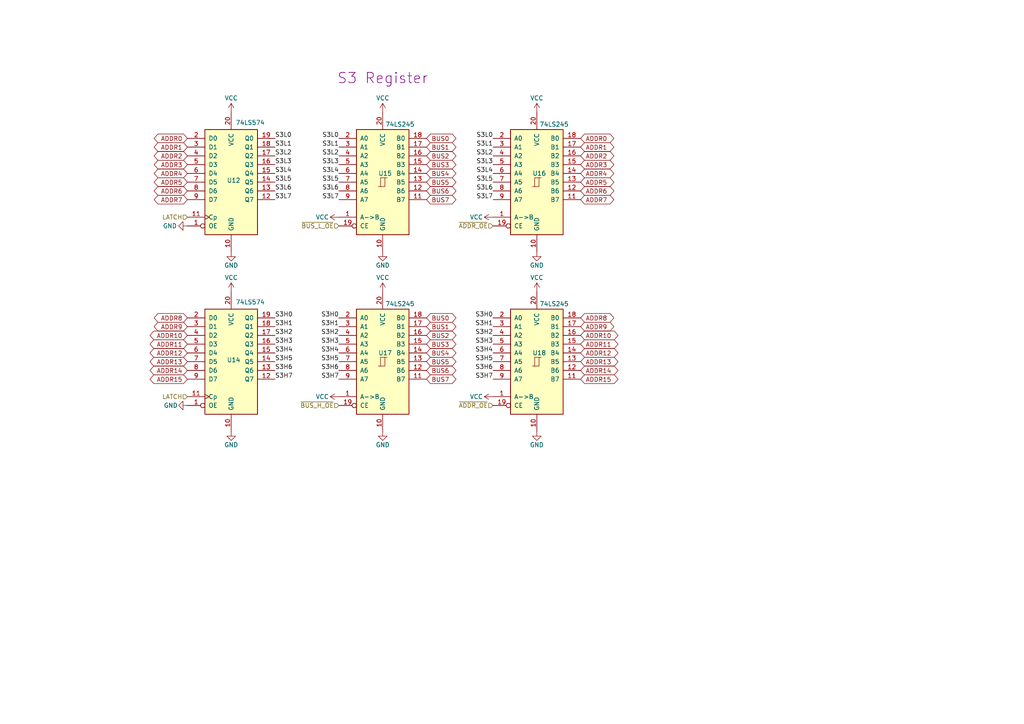
<source format=kicad_sch>
(kicad_sch (version 20211123) (generator eeschema)
  (paper "A4")
  (lib_symbols
    (symbol "74xx:74LS245" (pin_names (offset 1.016))
      (property "Reference" "U" (at -7.62 16.51 0))
      (property "Value" "74LS245" (at -7.62 -16.51 0))
      (symbol "74LS245_1_0"
        (polyline (pts (xy -0.635 -1.27) (xy -0.635 1.27) (xy 0.635 1.27)))
        (polyline (pts (xy -1.27 -1.27) (xy 0.635 -1.27) (xy 0.635 1.27) (xy 1.27 1.27)))
        (pin input line (at -12.7 -10.16 0) (length 5.08) (name "A->B") (number "1"))
        (pin power_in line (at 0 -20.32 90) (length 5.08) (name "GND") (number "10"))
        (pin tri_state line (at 12.7 -5.08 180) (length 5.08) (name "B7") (number "11"))
        (pin tri_state line (at 12.7 -2.54 180) (length 5.08) (name "B6") (number "12"))
        (pin tri_state line (at 12.7 0 180) (length 5.08) (name "B5") (number "13"))
        (pin tri_state line (at 12.7 2.54 180) (length 5.08) (name "B4") (number "14"))
        (pin tri_state line (at 12.7 5.08 180) (length 5.08) (name "B3") (number "15"))
        (pin tri_state line (at 12.7 7.62 180) (length 5.08) (name "B2") (number "16"))
        (pin tri_state line (at 12.7 10.16 180) (length 5.08) (name "B1") (number "17"))
        (pin tri_state line (at 12.7 12.7 180) (length 5.08) (name "B0") (number "18"))
        (pin input inverted (at -12.7 -12.7 0) (length 5.08) (name "CE") (number "19"))
        (pin tri_state line (at -12.7 12.7 0) (length 5.08) (name "A0") (number "2"))
        (pin power_in line (at 0 20.32 270) (length 5.08) (name "VCC") (number "20"))
        (pin tri_state line (at -12.7 10.16 0) (length 5.08) (name "A1") (number "3"))
        (pin tri_state line (at -12.7 7.62 0) (length 5.08) (name "A2") (number "4"))
        (pin tri_state line (at -12.7 5.08 0) (length 5.08) (name "A3") (number "5"))
        (pin tri_state line (at -12.7 2.54 0) (length 5.08) (name "A4") (number "6"))
        (pin tri_state line (at -12.7 0 0) (length 5.08) (name "A5") (number "7"))
        (pin tri_state line (at -12.7 -2.54 0) (length 5.08) (name "A6") (number "8"))
        (pin tri_state line (at -12.7 -5.08 0) (length 5.08) (name "A7") (number "9"))
      )
      (symbol "74LS245_1_1"
        (rectangle (start -7.62 15.24) (end 7.62 -15.24) (stroke (width 0.254)) (fill (type background)))
      )
    )
    (symbol "74xx:74LS574" (pin_names (offset 1.016))
      (property "Reference" "U" (at -7.62 16.51 0))
      (property "Value" "74LS574" (at -7.62 -16.51 0))
      (symbol "74LS574_1_0"
        (pin input inverted (at -12.7 -12.7 0) (length 5.08) (name "OE") (number "1"))
        (pin power_in line (at 0 -20.32 90) (length 5.08) (name "GND") (number "10"))
        (pin input clock (at -12.7 -10.16 0) (length 5.08) (name "Cp") (number "11"))
        (pin tri_state line (at 12.7 -5.08 180) (length 5.08) (name "Q7") (number "12"))
        (pin tri_state line (at 12.7 -2.54 180) (length 5.08) (name "Q6") (number "13"))
        (pin tri_state line (at 12.7 0 180) (length 5.08) (name "Q5") (number "14"))
        (pin tri_state line (at 12.7 2.54 180) (length 5.08) (name "Q4") (number "15"))
        (pin tri_state line (at 12.7 5.08 180) (length 5.08) (name "Q3") (number "16"))
        (pin tri_state line (at 12.7 7.62 180) (length 5.08) (name "Q2") (number "17"))
        (pin tri_state line (at 12.7 10.16 180) (length 5.08) (name "Q1") (number "18"))
        (pin tri_state line (at 12.7 12.7 180) (length 5.08) (name "Q0") (number "19"))
        (pin input line (at -12.7 12.7 0) (length 5.08) (name "D0") (number "2"))
        (pin power_in line (at 0 20.32 270) (length 5.08) (name "VCC") (number "20"))
        (pin input line (at -12.7 10.16 0) (length 5.08) (name "D1") (number "3"))
        (pin input line (at -12.7 7.62 0) (length 5.08) (name "D2") (number "4"))
        (pin input line (at -12.7 5.08 0) (length 5.08) (name "D3") (number "5"))
        (pin input line (at -12.7 2.54 0) (length 5.08) (name "D4") (number "6"))
        (pin input line (at -12.7 0 0) (length 5.08) (name "D5") (number "7"))
        (pin input line (at -12.7 -2.54 0) (length 5.08) (name "D6") (number "8"))
        (pin input line (at -12.7 -5.08 0) (length 5.08) (name "D7") (number "9"))
      )
      (symbol "74LS574_1_1"
        (rectangle (start -7.62 15.24) (end 7.62 -15.24) (stroke (width 0.254)) (fill (type background)))
      )
    )
    (symbol "power:GND" (power) (pin_names (offset 0))
      (property "Value" "GND" (at 0 -3.81 0))
      (symbol "GND_0_1"
        (polyline (pts (xy 0 0) (xy 0 -1.27) (xy 1.27 -1.27) (xy 0 -2.54) (xy -1.27 -1.27) (xy 0 -1.27)))
      )
      (symbol "GND_1_1"
        (pin power_in line (at 0 0 270) (length 0) hide (name "GND") (number "1"))
      )
    )
    (symbol "power:VCC" (power) (pin_names (offset 0))
      (property "Value" "VCC" (at 0 3.81 0))
      (symbol "VCC_0_1"
        (polyline (pts (xy -0.762 1.27) (xy 0 2.54)))
        (polyline (pts (xy 0 0) (xy 0 2.54)))
        (polyline (pts (xy 0 2.54) (xy 0.762 1.27)))
      )
      (symbol "VCC_1_1"
        (pin power_in line (at 0 0 90) (length 0) hide (name "VCC") (number "1"))
      )
    )
  )
  (label "S3L7" (at 143.002 57.912 180))
  (label "S3H0" (at 79.756 92.202 0))
  (label "S3H4" (at 143.002 102.362 180))
  (label "S3L1" (at 98.298 42.672 180))
  (label "S3L2" (at 98.298 45.212 180))
  (label "S3H7" (at 79.756 109.982 0))
  (label "S3L1" (at 143.002 42.672 180))
  (label "S3L3" (at 143.002 47.752 180))
  (label "S3L3" (at 79.756 47.752 0))
  (label "S3H4" (at 98.298 102.362 180))
  (label "S3H7" (at 98.298 109.982 180))
  (label "S3L4" (at 79.756 50.292 0))
  (label "S3H2" (at 98.298 97.282 180))
  (label "S3H4" (at 79.756 102.362 0))
  (label "S3L6" (at 79.756 55.372 0))
  (label "S3L7" (at 79.756 57.912 0))
  (label "S3L6" (at 143.002 55.372 180))
  (label "S3L2" (at 143.002 45.212 180))
  (label "S3L4" (at 143.002 50.292 180))
  (label "S3H5" (at 79.756 104.902 0))
  (label "S3H2" (at 143.002 97.282 180))
  (label "S3L0" (at 143.002 40.132 180))
  (label "S3H6" (at 79.756 107.442 0))
  (label "S3H0" (at 98.298 92.202 180))
  (label "S3H3" (at 98.298 99.822 180))
  (label "S3H7" (at 143.002 109.982 180))
  (label "S3L1" (at 79.756 42.672 0))
  (label "S3L3" (at 98.298 47.752 180))
  (label "S3L6" (at 98.298 55.372 180))
  (label "S3L0" (at 79.756 40.132 0))
  (label "S3H1" (at 143.002 94.742 180))
  (label "S3H6" (at 98.298 107.442 180))
  (label "S3H3" (at 79.756 99.822 0))
  (label "S3L5" (at 79.756 52.832 0))
  (label "S3L7" (at 98.298 57.912 180))
  (label "S3H5" (at 143.002 104.902 180))
  (label "S3L0" (at 98.298 40.132 180))
  (label "S3H6" (at 143.002 107.442 180))
  (label "S3H2" (at 79.756 97.282 0))
  (label "S3H0" (at 143.002 92.202 180))
  (label "S3H1" (at 98.298 94.742 180))
  (label "S3H1" (at 79.756 94.742 0))
  (label "S3L5" (at 143.002 52.832 180))
  (label "S3H5" (at 98.298 104.902 180))
  (label "S3L4" (at 98.298 50.292 180))
  (label "S3L2" (at 79.756 45.212 0))
  (label "S3H3" (at 143.002 99.822 180))
  (label "S3L5" (at 98.298 52.832 180))
  (global_label "BUS1" (shape tri_state) (at 123.698 42.672 0) (property "Intersheet References" "${INTERSHEET_REFS}" (effects hide)))
  (global_label "ADDR7" (shape tri_state) (at 54.356 57.912 180) (property "Intersheet References" "${INTERSHEET_REFS}" (effects hide)))
  (global_label "ADDR0" (shape tri_state) (at 54.356 40.132 180) (property "Intersheet References" "${INTERSHEET_REFS}" (effects hide)))
  (global_label "BUS5" (shape tri_state) (at 123.698 52.832 0) (property "Intersheet References" "${INTERSHEET_REFS}" (effects hide)))
  (global_label "ADDR4" (shape tri_state) (at 168.402 50.292 0) (property "Intersheet References" "${INTERSHEET_REFS}" (effects hide)))
  (global_label "BUS6" (shape tri_state) (at 123.698 55.372 0) (property "Intersheet References" "${INTERSHEET_REFS}" (effects hide)))
  (global_label "BUS5" (shape tri_state) (at 123.698 104.902 0) (property "Intersheet References" "${INTERSHEET_REFS}" (effects hide)))
  (global_label "ADDR9" (shape tri_state) (at 54.356 94.742 180) (property "Intersheet References" "${INTERSHEET_REFS}" (effects hide)))
  (global_label "ADDR6" (shape tri_state) (at 168.402 55.372 0) (property "Intersheet References" "${INTERSHEET_REFS}" (effects hide)))
  (global_label "ADDR0" (shape tri_state) (at 168.402 40.132 0) (property "Intersheet References" "${INTERSHEET_REFS}" (effects hide)))
  (global_label "BUS4" (shape tri_state) (at 123.698 102.362 0) (property "Intersheet References" "${INTERSHEET_REFS}" (effects hide)))
  (global_label "BUS0" (shape tri_state) (at 123.698 92.202 0) (property "Intersheet References" "${INTERSHEET_REFS}" (effects hide)))
  (global_label "BUS3" (shape tri_state) (at 123.698 99.822 0) (property "Intersheet References" "${INTERSHEET_REFS}" (effects hide)))
  (global_label "BUS7" (shape tri_state) (at 123.698 109.982 0) (property "Intersheet References" "${INTERSHEET_REFS}" (effects hide)))
  (global_label "ADDR13" (shape tri_state) (at 168.402 104.902 0) (property "Intersheet References" "${INTERSHEET_REFS}" (effects hide)))
  (global_label "BUS4" (shape tri_state) (at 123.698 50.292 0) (property "Intersheet References" "${INTERSHEET_REFS}" (effects hide)))
  (global_label "ADDR2" (shape tri_state) (at 168.402 45.212 0) (property "Intersheet References" "${INTERSHEET_REFS}" (effects hide)))
  (global_label "ADDR15" (shape tri_state) (at 54.356 109.982 180) (property "Intersheet References" "${INTERSHEET_REFS}" (effects hide)))
  (global_label "ADDR3" (shape tri_state) (at 168.402 47.752 0) (property "Intersheet References" "${INTERSHEET_REFS}" (effects hide)))
  (global_label "ADDR11" (shape tri_state) (at 54.356 99.822 180) (property "Intersheet References" "${INTERSHEET_REFS}" (effects hide)))
  (global_label "ADDR5" (shape tri_state) (at 168.402 52.832 0) (property "Intersheet References" "${INTERSHEET_REFS}" (effects hide)))
  (global_label "ADDR4" (shape tri_state) (at 54.356 50.292 180) (property "Intersheet References" "${INTERSHEET_REFS}" (effects hide)))
  (global_label "ADDR9" (shape tri_state) (at 168.402 94.742 0) (property "Intersheet References" "${INTERSHEET_REFS}" (effects hide)))
  (global_label "ADDR1" (shape tri_state) (at 168.402 42.672 0) (property "Intersheet References" "${INTERSHEET_REFS}" (effects hide)))
  (global_label "ADDR10" (shape tri_state) (at 168.402 97.282 0) (property "Intersheet References" "${INTERSHEET_REFS}" (effects hide)))
  (global_label "ADDR11" (shape tri_state) (at 168.402 99.822 0) (property "Intersheet References" "${INTERSHEET_REFS}" (effects hide)))
  (global_label "ADDR1" (shape tri_state) (at 54.356 42.672 180) (property "Intersheet References" "${INTERSHEET_REFS}" (effects hide)))
  (global_label "ADDR15" (shape tri_state) (at 168.402 109.982 0) (property "Intersheet References" "${INTERSHEET_REFS}" (effects hide)))
  (global_label "ADDR14" (shape tri_state) (at 168.402 107.442 0) (property "Intersheet References" "${INTERSHEET_REFS}" (effects hide)))
  (global_label "ADDR13" (shape tri_state) (at 54.356 104.902 180) (property "Intersheet References" "${INTERSHEET_REFS}" (effects hide)))
  (global_label "ADDR12" (shape tri_state) (at 54.356 102.362 180) (property "Intersheet References" "${INTERSHEET_REFS}" (effects hide)))
  (global_label "ADDR3" (shape tri_state) (at 54.356 47.752 180) (property "Intersheet References" "${INTERSHEET_REFS}" (effects hide)))
  (global_label "BUS2" (shape tri_state) (at 123.698 97.282 0) (property "Intersheet References" "${INTERSHEET_REFS}" (effects hide)))
  (global_label "ADDR12" (shape tri_state) (at 168.402 102.362 0) (property "Intersheet References" "${INTERSHEET_REFS}" (effects hide)))
  (global_label "BUS3" (shape tri_state) (at 123.698 47.752 0) (property "Intersheet References" "${INTERSHEET_REFS}" (effects hide)))
  (global_label "BUS6" (shape tri_state) (at 123.698 107.442 0) (property "Intersheet References" "${INTERSHEET_REFS}" (effects hide)))
  (global_label "BUS0" (shape tri_state) (at 123.698 40.132 0) (property "Intersheet References" "${INTERSHEET_REFS}" (effects hide)))
  (global_label "ADDR6" (shape tri_state) (at 54.356 55.372 180) (property "Intersheet References" "${INTERSHEET_REFS}" (effects hide)))
  (global_label "ADDR7" (shape tri_state) (at 168.402 57.912 0) (property "Intersheet References" "${INTERSHEET_REFS}" (effects hide)))
  (global_label "ADDR10" (shape tri_state) (at 54.356 97.282 180) (property "Intersheet References" "${INTERSHEET_REFS}" (effects hide)))
  (global_label "ADDR2" (shape tri_state) (at 54.356 45.212 180) (property "Intersheet References" "${INTERSHEET_REFS}" (effects hide)))
  (global_label "ADDR5" (shape tri_state) (at 54.356 52.832 180) (property "Intersheet References" "${INTERSHEET_REFS}" (effects hide)))
  (global_label "BUS2" (shape tri_state) (at 123.698 45.212 0) (property "Intersheet References" "${INTERSHEET_REFS}" (effects hide)))
  (global_label "ADDR8" (shape tri_state) (at 54.356 92.202 180) (property "Intersheet References" "${INTERSHEET_REFS}" (effects hide)))
  (global_label "BUS7" (shape tri_state) (at 123.698 57.912 0) (property "Intersheet References" "${INTERSHEET_REFS}" (effects hide)))
  (global_label "BUS1" (shape tri_state) (at 123.698 94.742 0) (property "Intersheet References" "${INTERSHEET_REFS}" (effects hide)))
  (global_label "ADDR8" (shape tri_state) (at 168.402 92.202 0) (property "Intersheet References" "${INTERSHEET_REFS}" (effects hide)))
  (global_label "ADDR14" (shape tri_state) (at 54.356 107.442 180) (property "Intersheet References" "${INTERSHEET_REFS}" (effects hide)))
  (hierarchical_label "~{ADDR_OE}" (shape input) (at 143.002 117.602 180))
  (hierarchical_label "~{BUS_L_OE}" (shape input) (at 98.298 65.532 180))
  (hierarchical_label "~{ADDR_OE}" (shape input) (at 143.002 65.532 180))
  (hierarchical_label "LATCH" (shape input) (at 54.356 62.992 180))
  (hierarchical_label "~{BUS_H_OE}" (shape input) (at 98.298 117.602 180))
  (hierarchical_label "LATCH" (shape input) (at 54.356 115.062 180))
  (symbol (lib_id "power:VCC") (at 67.056 32.512 0) (unit 1)
    (property "Reference" "#PWR0136" (effects hide))
    (property "Value" "VCC" (at 67.056 28.448 0))
  )
  (symbol (lib_id "power:VCC") (at 98.298 115.062 90) (unit 1)
    (property "Reference" "#PWR0139" (effects hide))
    (property "Value" "VCC" (at 93.472 115.062 90))
  )
  (symbol (lib_id "power:GND") (at 54.356 65.532 270) (unit 1)
    (property "Reference" "#PWR0144" (effects hide))
    (property "Value" "GND" (at 49.276 65.532 90))
  )
  (symbol (lib_id "power:GND") (at 54.356 117.602 270) (unit 1)
    (property "Reference" "#PWR0147" (effects hide))
    (property "Value" "GND" (at 49.53 117.602 90))
  )
  (symbol (lib_id "power:VCC") (at 110.998 84.582 0) (unit 1)
    (property "Reference" "#PWR0140" (effects hide))
    (property "Value" "VCC" (at 110.998 80.518 0))
  )
  (symbol (lib_id "74xx:74LS574") (at 67.056 52.832 0) (unit 1)
    (property "Reference" "U12" (at 65.786 52.324 0) (effects (justify left)))
    (property "Value" "74LS574" (at 68.326 35.56 0) (effects (justify left)))
    (property "Footprint" "Package_SO:SO-20_5.3x12.6mm_P1.27mm" (effects hide))
    (property "Datasheet" "http://www.ti.com/lit/gpn/sn74LS574" (effects hide))
    (property "Field4" "S3 Register" (at 110.998 22.606 0) (effects (font (size 3 3))))
  )
  (symbol (lib_id "power:VCC") (at 155.702 84.582 0) (unit 1)
    (property "Reference" "#PWR0142" (effects hide))
    (property "Value" "VCC" (at 155.702 80.518 0))
  )
  (symbol (lib_id "power:GND") (at 67.056 73.152 0) (unit 1)
    (property "Reference" "#PWR0146" (effects hide))
    (property "Value" "GND" (at 67.056 76.962 0))
  )
  (symbol (lib_id "power:VCC") (at 143.002 62.992 90) (unit 1)
    (property "Reference" "#PWR0149" (effects hide))
    (property "Value" "VCC" (at 138.176 62.992 90))
  )
  (symbol (lib_id "power:GND") (at 155.702 125.222 0) (unit 1)
    (property "Reference" "#PWR0141" (effects hide))
    (property "Value" "GND" (at 155.702 129.032 0))
  )
  (symbol (lib_id "74xx:74LS245") (at 110.998 52.832 0) (unit 1)
    (property "Reference" "U15" (at 109.728 50.292 0) (effects (justify left)))
    (property "Value" "74LS245" (at 111.76 36.068 0) (effects (justify left)))
    (property "Footprint" "Package_SO:TSSOP-20_4.4x6.5mm_P0.65mm" (effects hide))
    (property "Datasheet" "http://www.ti.com/lit/gpn/sn74LS245" (effects hide))
  )
  (symbol (lib_id "74xx:74LS245") (at 155.702 104.902 0) (unit 1)
    (property "Reference" "U18" (at 154.432 102.362 0) (effects (justify left)))
    (property "Value" "74LS245" (at 156.464 88.138 0) (effects (justify left)))
    (property "Footprint" "Package_SO:TSSOP-20_4.4x6.5mm_P0.65mm" (effects hide))
    (property "Datasheet" "http://www.ti.com/lit/gpn/sn74LS245" (effects hide))
  )
  (symbol (lib_id "power:VCC") (at 110.998 32.512 0) (unit 1)
    (property "Reference" "#PWR0131" (effects hide))
    (property "Value" "VCC" (at 110.998 28.448 0))
  )
  (symbol (lib_id "power:GND") (at 110.998 125.222 0) (unit 1)
    (property "Reference" "#PWR0138" (effects hide))
    (property "Value" "GND" (at 110.998 129.032 0))
  )
  (symbol (lib_id "power:GND") (at 110.998 73.152 0) (unit 1)
    (property "Reference" "#PWR0134" (effects hide))
    (property "Value" "GND" (at 110.998 76.962 0))
  )
  (symbol (lib_id "power:GND") (at 155.702 73.152 0) (unit 1)
    (property "Reference" "#PWR0148" (effects hide))
    (property "Value" "GND" (at 155.702 76.962 0))
  )
  (symbol (lib_id "power:VCC") (at 67.056 84.582 0) (unit 1)
    (property "Reference" "#PWR0137" (effects hide))
    (property "Value" "VCC" (at 67.056 80.518 0))
  )
  (symbol (lib_id "power:VCC") (at 143.002 115.062 90) (unit 1)
    (property "Reference" "#PWR0143" (effects hide))
    (property "Value" "VCC" (at 138.176 115.062 90))
  )
  (symbol (lib_id "power:VCC") (at 155.702 32.512 0) (unit 1)
    (property "Reference" "#PWR0132" (effects hide))
    (property "Value" "VCC" (at 155.702 28.448 0))
  )
  (symbol (lib_id "74xx:74LS245") (at 110.998 104.902 0) (unit 1)
    (property "Reference" "U17" (at 109.728 102.362 0) (effects (justify left)))
    (property "Value" "74LS245" (at 111.76 88.138 0) (effects (justify left)))
    (property "Footprint" "Package_SO:TSSOP-20_4.4x6.5mm_P0.65mm" (effects hide))
    (property "Datasheet" "http://www.ti.com/lit/gpn/sn74LS245" (effects hide))
  )
  (symbol (lib_id "74xx:74LS245") (at 155.702 52.832 0) (unit 1)
    (property "Reference" "U16" (at 154.432 50.292 0) (effects (justify left)))
    (property "Value" "74LS245" (at 156.464 36.068 0) (effects (justify left)))
    (property "Footprint" "Package_SO:TSSOP-20_4.4x6.5mm_P0.65mm" (effects hide))
    (property "Datasheet" "http://www.ti.com/lit/gpn/sn74LS245" (effects hide))
  )
  (symbol (lib_id "power:VCC") (at 98.298 62.992 90) (unit 1)
    (property "Reference" "#PWR0130" (effects hide))
    (property "Value" "VCC" (at 93.472 62.992 90))
  )
  (symbol (lib_id "power:GND") (at 67.056 125.222 0) (unit 1)
    (property "Reference" "#PWR0145" (effects hide))
    (property "Value" "GND" (at 67.056 129.032 0))
  )
  (symbol (lib_id "74xx:74LS574") (at 67.056 104.902 0) (unit 1)
    (property "Reference" "U14" (at 65.786 104.394 0) (effects (justify left)))
    (property "Value" "74LS574" (at 68.326 87.63 0) (effects (justify left)))
    (property "Footprint" "Package_SO:SO-20_5.3x12.6mm_P1.27mm" (effects hide))
    (property "Datasheet" "http://www.ti.com/lit/gpn/sn74LS574" (effects hide))
    (property "Field4" "F" (effects hide))
  )
)
</source>
